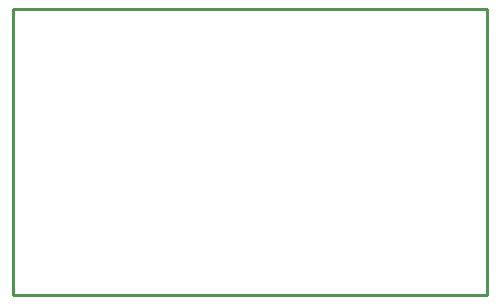
<source format=gm1>
G04 Layer_Color=16711935*
%FSLAX25Y25*%
%MOIN*%
G70*
G01*
G75*
%ADD21C,0.01000*%
D21*
X29500Y0D02*
X140500D01*
X170500D01*
Y48000D01*
Y95500D01*
X12500D02*
X170500D01*
X12500Y29500D02*
Y95500D01*
Y0D02*
X29500D01*
X12500D02*
Y29500D01*
X29500Y0D02*
X140500D01*
X170500D01*
Y48000D01*
Y95500D01*
X12500D02*
X170500D01*
X12500Y29500D02*
Y95500D01*
Y0D02*
X29500D01*
X12500D02*
Y29500D01*
M02*

</source>
